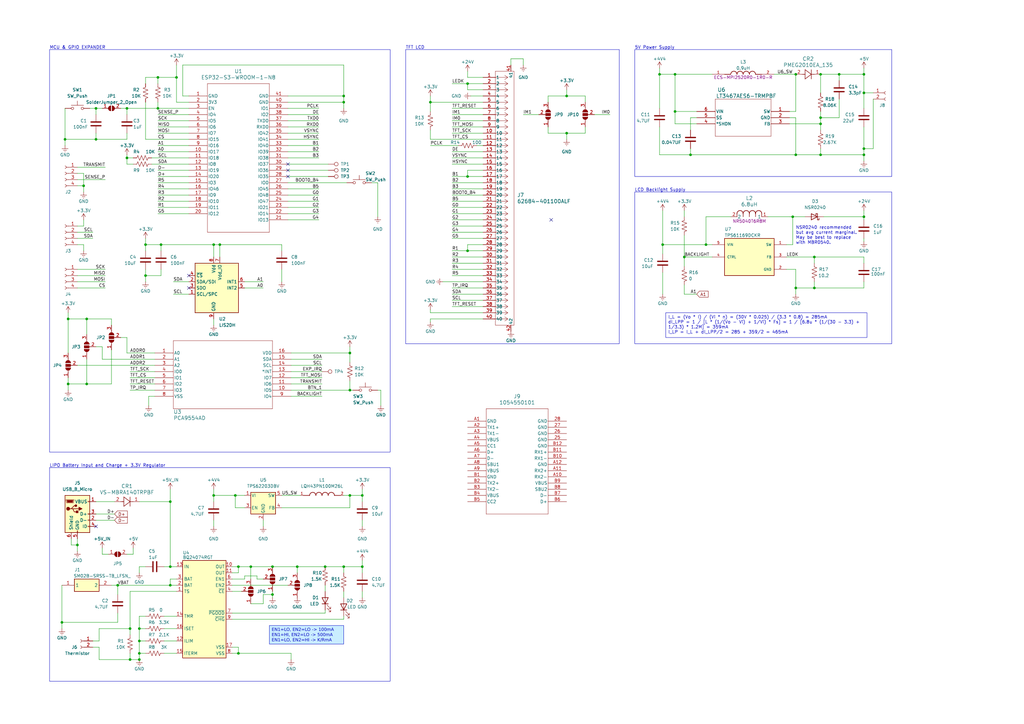
<source format=kicad_sch>
(kicad_sch (version 20230121) (generator eeschema)
  (paper "A3")
  (junction (at 326.39 118.11))
  (junction (at 121.92 232.41))
  (junction (at 336.55 48.26))
  (junction (at 336.55 30.48))
  (junction (at 191.77 72.39))
  (junction (at 354.33 60.96))
  (junction (at 111.76 243.84))
  (junction (at 39.37 57.15))
  (junction (at 326.39 63.5))
  (junction (at 325.12 88.9))
  (junction (at 57.15 267.97))
  (junction (at 35.56 130.81))
  (junction (at 69.85 232.41))
  (junction (at 69.85 240.03))
  (junction (at 31.75 223.52))
  (junction (at 276.86 45.72))
  (junction (at 232.41 39.37))
  (junction (at 52.07 44.45))
  (junction (at 27.94 157.48))
  (junction (at 59.69 113.03))
  (junction (at 66.04 100.33))
  (junction (at 334.01 105.41))
  (junction (at 143.51 160.02))
  (junction (at 90.17 100.33))
  (junction (at 334.01 118.11))
  (junction (at 276.86 30.48))
  (junction (at 336.55 50.8))
  (junction (at 191.77 34.29))
  (junction (at 326.39 30.48))
  (junction (at 97.79 267.97))
  (junction (at 27.94 130.81))
  (junction (at 232.41 54.61))
  (junction (at 344.17 30.48))
  (junction (at 354.33 30.48))
  (junction (at 59.69 100.33))
  (junction (at 26.67 57.15))
  (junction (at 354.33 88.9))
  (junction (at 283.21 63.5))
  (junction (at 354.33 38.1))
  (junction (at 25.4 255.27))
  (junction (at 280.67 105.41))
  (junction (at 97.79 232.41))
  (junction (at 143.51 144.78))
  (junction (at 64.77 31.75))
  (junction (at 48.26 240.03))
  (junction (at 140.97 41.91))
  (junction (at 34.29 76.2))
  (junction (at 191.77 102.87))
  (junction (at 57.15 262.89))
  (junction (at 143.51 203.2))
  (junction (at 336.55 63.5))
  (junction (at 53.34 257.81))
  (junction (at 148.59 232.41))
  (junction (at 133.35 232.41))
  (junction (at 96.52 203.2))
  (junction (at 69.85 205.74))
  (junction (at 39.37 44.45))
  (junction (at 140.97 39.37))
  (junction (at 102.87 232.41))
  (junction (at 52.07 64.77))
  (junction (at 57.15 257.81))
  (junction (at 87.63 100.33))
  (junction (at 270.51 30.48))
  (junction (at 148.59 203.2))
  (junction (at 289.56 100.33))
  (junction (at 354.33 63.5))
  (junction (at 72.39 31.75))
  (junction (at 57.15 270.51))
  (junction (at 176.53 41.91))
  (junction (at 140.97 232.41))
  (junction (at 64.77 44.45))
  (junction (at 271.78 100.33))
  (junction (at 87.63 203.2))
  (junction (at 111.76 232.41))
  (junction (at 53.34 270.51))
  (junction (at 35.56 157.48))
  (no_connect (at 118.11 72.39))
  (no_connect (at 39.37 215.9))
  (no_connect (at 77.47 113.03))
  (no_connect (at 118.11 67.31))
  (no_connect (at 77.47 118.11))
  (no_connect (at 118.11 69.85))
  (no_connect (at 226.06 90.17))
  (wire (pts (xy 118.11 67.31) (xy 134.62 67.31)))
  (wire (pts (xy 191.77 69.85) (xy 191.77 72.39)))
  (wire (pts (xy 102.87 247.65) (xy 107.95 247.65)))
  (wire (pts (xy 25.4 240.03) (xy 25.4 255.27)))
  (wire (pts (xy 57.15 267.97) (xy 57.15 270.51)))
  (wire (pts (xy 64.77 74.93) (xy 77.47 74.93)))
  (wire (pts (xy 105.41 237.49) (xy 107.95 237.49)))
  (wire (pts (xy 27.94 128.27) (xy 27.94 130.81)))
  (wire (pts (xy 250.19 46.99) (xy 243.84 46.99)))
  (wire (pts (xy 57.15 234.95) (xy 57.15 232.41)))
  (wire (pts (xy 185.42 44.45) (xy 198.12 44.45)))
  (wire (pts (xy 60.96 162.56) (xy 60.96 166.37)))
  (wire (pts (xy 48.26 240.03) (xy 69.85 240.03)))
  (wire (pts (xy 64.77 80.01) (xy 77.47 80.01)))
  (wire (pts (xy 270.51 44.45) (xy 270.51 30.48)))
  (wire (pts (xy 118.11 85.09) (xy 130.81 85.09)))
  (wire (pts (xy 34.29 100.33) (xy 31.75 100.33)))
  (wire (pts (xy 27.94 130.81) (xy 35.56 130.81)))
  (wire (pts (xy 119.38 157.48) (xy 132.08 157.48)))
  (wire (pts (xy 77.47 120.65) (xy 71.12 120.65)))
  (wire (pts (xy 54.61 67.31) (xy 52.07 67.31)))
  (wire (pts (xy 35.56 130.81) (xy 35.56 137.16)))
  (wire (pts (xy 77.47 41.91) (xy 72.39 41.91)))
  (wire (pts (xy 74.93 39.37) (xy 74.93 26.67)))
  (wire (pts (xy 118.11 80.01) (xy 130.81 80.01)))
  (wire (pts (xy 148.59 215.9) (xy 148.59 213.36)))
  (wire (pts (xy 140.97 254) (xy 95.25 254)))
  (wire (pts (xy 97.79 234.95) (xy 97.79 232.41)))
  (wire (pts (xy 72.39 41.91) (xy 72.39 31.75)))
  (wire (pts (xy 270.51 27.94) (xy 270.51 30.48)))
  (wire (pts (xy 185.42 62.23) (xy 198.12 62.23)))
  (wire (pts (xy 326.39 110.49) (xy 326.39 118.11)))
  (wire (pts (xy 119.38 149.86) (xy 132.08 149.86)))
  (wire (pts (xy 107.95 118.11) (xy 100.33 118.11)))
  (wire (pts (xy 45.72 143.51) (xy 45.72 157.48)))
  (wire (pts (xy 156.21 160.02) (xy 156.21 166.37)))
  (wire (pts (xy 95.25 240.03) (xy 118.11 240.03)))
  (wire (pts (xy 354.33 88.9) (xy 354.33 90.17)))
  (wire (pts (xy 119.38 270.51) (xy 119.38 267.97)))
  (wire (pts (xy 31.75 73.66) (xy 43.18 73.66)))
  (wire (pts (xy 25.4 255.27) (xy 48.26 255.27)))
  (wire (pts (xy 35.56 130.81) (xy 45.72 130.81)))
  (wire (pts (xy 107.95 213.36) (xy 107.95 215.9)))
  (wire (pts (xy 336.55 30.48) (xy 336.55 38.1)))
  (wire (pts (xy 52.07 44.45) (xy 52.07 46.99)))
  (wire (pts (xy 57.15 252.73) (xy 59.69 252.73)))
  (wire (pts (xy 52.07 64.77) (xy 54.61 64.77)))
  (wire (pts (xy 40.64 270.51) (xy 40.64 265.43)))
  (wire (pts (xy 31.75 220.98) (xy 31.75 223.52)))
  (wire (pts (xy 69.85 237.49) (xy 69.85 240.03)))
  (wire (pts (xy 148.59 245.11) (xy 148.59 242.57)))
  (wire (pts (xy 97.79 265.43) (xy 97.79 267.97)))
  (wire (pts (xy 67.31 232.41) (xy 69.85 232.41)))
  (wire (pts (xy 66.04 100.33) (xy 66.04 102.87)))
  (wire (pts (xy 214.63 24.13) (xy 209.55 24.13)))
  (wire (pts (xy 39.37 54.61) (xy 39.37 57.15)))
  (wire (pts (xy 185.42 95.25) (xy 198.12 95.25)))
  (wire (pts (xy 185.42 82.55) (xy 198.12 82.55)))
  (wire (pts (xy 39.37 44.45) (xy 39.37 46.99)))
  (wire (pts (xy 140.97 44.45) (xy 140.97 41.91)))
  (wire (pts (xy 280.67 96.52) (xy 280.67 105.41)))
  (wire (pts (xy 52.07 144.78) (xy 63.5 144.78)))
  (wire (pts (xy 118.11 77.47) (xy 130.81 77.47)))
  (wire (pts (xy 276.86 50.8) (xy 285.75 50.8)))
  (wire (pts (xy 276.86 30.48) (xy 276.86 45.72)))
  (wire (pts (xy 39.37 44.45) (xy 36.83 44.45)))
  (wire (pts (xy 118.11 54.61) (xy 130.81 54.61)))
  (wire (pts (xy 185.42 125.73) (xy 198.12 125.73)))
  (wire (pts (xy 185.42 90.17) (xy 198.12 90.17)))
  (wire (pts (xy 34.29 76.2) (xy 34.29 78.74)))
  (wire (pts (xy 322.58 110.49) (xy 326.39 110.49)))
  (wire (pts (xy 191.77 36.83) (xy 198.12 36.83)))
  (wire (pts (xy 54.61 227.33) (xy 52.07 227.33)))
  (wire (pts (xy 119.38 154.94) (xy 132.08 154.94)))
  (wire (pts (xy 53.34 257.81) (xy 53.34 260.35)))
  (wire (pts (xy 107.95 247.65) (xy 107.95 243.84)))
  (wire (pts (xy 176.53 57.15) (xy 198.12 57.15)))
  (wire (pts (xy 40.64 257.81) (xy 53.34 257.81)))
  (wire (pts (xy 240.03 41.91) (xy 240.03 39.37)))
  (wire (pts (xy 63.5 154.94) (xy 53.34 154.94)))
  (wire (pts (xy 224.79 39.37) (xy 232.41 39.37)))
  (wire (pts (xy 87.63 100.33) (xy 87.63 105.41)))
  (wire (pts (xy 34.29 71.12) (xy 34.29 76.2)))
  (wire (pts (xy 354.33 118.11) (xy 334.01 118.11)))
  (wire (pts (xy 59.69 57.15) (xy 77.47 57.15)))
  (wire (pts (xy 176.53 130.81) (xy 198.12 130.81)))
  (wire (pts (xy 87.63 200.66) (xy 87.63 203.2)))
  (wire (pts (xy 29.21 223.52) (xy 31.75 223.52)))
  (wire (pts (xy 271.78 111.76) (xy 271.78 120.65)))
  (wire (pts (xy 59.69 110.49) (xy 59.69 113.03)))
  (wire (pts (xy 67.31 252.73) (xy 72.39 252.73)))
  (wire (pts (xy 325.12 100.33) (xy 322.58 100.33)))
  (wire (pts (xy 148.59 203.2) (xy 148.59 205.74)))
  (wire (pts (xy 191.77 69.85) (xy 198.12 69.85)))
  (wire (pts (xy 41.91 142.24) (xy 39.37 142.24)))
  (wire (pts (xy 185.42 113.03) (xy 198.12 113.03)))
  (wire (pts (xy 119.38 162.56) (xy 132.08 162.56)))
  (wire (pts (xy 69.85 240.03) (xy 72.39 240.03)))
  (wire (pts (xy 59.69 257.81) (xy 57.15 257.81)))
  (wire (pts (xy 31.75 92.71) (xy 34.29 92.71)))
  (wire (pts (xy 31.75 115.57) (xy 43.18 115.57)))
  (wire (pts (xy 57.15 257.81) (xy 57.15 262.89)))
  (wire (pts (xy 95.25 234.95) (xy 97.79 234.95)))
  (wire (pts (xy 214.63 26.67) (xy 214.63 24.13)))
  (wire (pts (xy 95.25 242.57) (xy 99.06 242.57)))
  (wire (pts (xy 191.77 34.29) (xy 198.12 34.29)))
  (wire (pts (xy 185.42 54.61) (xy 198.12 54.61)))
  (wire (pts (xy 271.78 100.33) (xy 271.78 86.36)))
  (wire (pts (xy 280.67 86.36) (xy 280.67 88.9)))
  (wire (pts (xy 133.35 250.19) (xy 133.35 251.46)))
  (wire (pts (xy 326.39 48.26) (xy 326.39 63.5)))
  (wire (pts (xy 69.85 232.41) (xy 72.39 232.41)))
  (wire (pts (xy 280.67 116.84) (xy 280.67 120.65)))
  (wire (pts (xy 77.47 39.37) (xy 74.93 39.37)))
  (wire (pts (xy 111.76 232.41) (xy 121.92 232.41)))
  (wire (pts (xy 53.34 270.51) (xy 53.34 267.97)))
  (wire (pts (xy 118.11 74.93) (xy 142.24 74.93)))
  (wire (pts (xy 31.75 110.49) (xy 43.18 110.49)))
  (wire (pts (xy 185.42 49.53) (xy 198.12 49.53)))
  (wire (pts (xy 344.17 30.48) (xy 344.17 33.02)))
  (wire (pts (xy 224.79 41.91) (xy 224.79 39.37)))
  (wire (pts (xy 62.23 67.31) (xy 77.47 67.31)))
  (wire (pts (xy 57.15 262.89) (xy 57.15 267.97)))
  (wire (pts (xy 323.85 50.8) (xy 336.55 50.8)))
  (wire (pts (xy 115.57 208.28) (xy 143.51 208.28)))
  (wire (pts (xy 41.91 227.33) (xy 44.45 227.33)))
  (wire (pts (xy 140.97 41.91) (xy 140.97 39.37)))
  (wire (pts (xy 31.75 68.58) (xy 43.18 68.58)))
  (wire (pts (xy 240.03 39.37) (xy 232.41 39.37)))
  (wire (pts (xy 240.03 54.61) (xy 232.41 54.61)))
  (wire (pts (xy 52.07 144.78) (xy 52.07 138.43)))
  (wire (pts (xy 29.21 220.98) (xy 29.21 223.52)))
  (wire (pts (xy 118.11 64.77) (xy 130.81 64.77)))
  (wire (pts (xy 69.85 205.74) (xy 69.85 200.66)))
  (wire (pts (xy 72.39 242.57) (xy 53.34 242.57)))
  (wire (pts (xy 354.33 44.45) (xy 354.33 38.1)))
  (wire (pts (xy 121.92 232.41) (xy 133.35 232.41)))
  (wire (pts (xy 31.75 71.12) (xy 34.29 71.12)))
  (wire (pts (xy 185.42 85.09) (xy 198.12 85.09)))
  (wire (pts (xy 74.93 26.67) (xy 140.97 26.67)))
  (wire (pts (xy 39.37 57.15) (xy 52.07 57.15)))
  (wire (pts (xy 31.75 113.03) (xy 43.18 113.03)))
  (wire (pts (xy 143.51 160.02) (xy 144.78 160.02)))
  (wire (pts (xy 191.77 29.21) (xy 191.77 31.75)))
  (wire (pts (xy 66.04 100.33) (xy 87.63 100.33)))
  (wire (pts (xy 64.77 69.85) (xy 77.47 69.85)))
  (wire (pts (xy 185.42 110.49) (xy 198.12 110.49)))
  (wire (pts (xy 49.53 44.45) (xy 52.07 44.45)))
  (wire (pts (xy 185.42 52.07) (xy 198.12 52.07)))
  (wire (pts (xy 35.56 157.48) (xy 27.94 157.48)))
  (wire (pts (xy 63.5 160.02) (xy 53.34 160.02)))
  (wire (pts (xy 95.25 237.49) (xy 100.33 237.49)))
  (wire (pts (xy 119.38 144.78) (xy 143.51 144.78)))
  (wire (pts (xy 354.33 66.04) (xy 354.33 63.5)))
  (wire (pts (xy 59.69 113.03) (xy 59.69 115.57)))
  (wire (pts (xy 53.34 242.57) (xy 53.34 257.81)))
  (wire (pts (xy 185.42 123.19) (xy 198.12 123.19)))
  (wire (pts (xy 90.17 100.33) (xy 115.57 100.33)))
  (wire (pts (xy 143.51 203.2) (xy 140.97 203.2)))
  (wire (pts (xy 52.07 63.5) (xy 52.07 64.77)))
  (wire (pts (xy 148.59 200.66) (xy 148.59 203.2)))
  (wire (pts (xy 133.35 251.46) (xy 95.25 251.46)))
  (wire (pts (xy 100.33 208.28) (xy 96.52 208.28)))
  (wire (pts (xy 69.85 205.74) (xy 69.85 232.41)))
  (wire (pts (xy 119.38 147.32) (xy 132.08 147.32)))
  (wire (pts (xy 344.17 48.26) (xy 336.55 48.26)))
  (wire (pts (xy 185.42 46.99) (xy 198.12 46.99)))
  (wire (pts (xy 283.21 48.26) (xy 285.75 48.26)))
  (wire (pts (xy 354.33 27.94) (xy 354.33 30.48)))
  (wire (pts (xy 67.31 267.97) (xy 72.39 267.97)))
  (wire (pts (xy 334.01 115.57) (xy 334.01 118.11)))
  (wire (pts (xy 143.51 203.2) (xy 143.51 208.28)))
  (wire (pts (xy 64.77 44.45) (xy 77.47 44.45)))
  (wire (pts (xy 336.55 30.48) (xy 344.17 30.48)))
  (wire (pts (xy 191.77 31.75) (xy 198.12 31.75)))
  (wire (pts (xy 64.77 59.69) (xy 77.47 59.69)))
  (wire (pts (xy 314.96 88.9) (xy 325.12 88.9)))
  (wire (pts (xy 119.38 152.4) (xy 132.08 152.4)))
  (wire (pts (xy 271.78 100.33) (xy 289.56 100.33)))
  (wire (pts (xy 118.11 52.07) (xy 130.81 52.07)))
  (wire (pts (xy 40.64 262.89) (xy 40.64 257.81)))
  (wire (pts (xy 176.53 59.69) (xy 187.96 59.69)))
  (wire (pts (xy 59.69 57.15) (xy 59.69 41.91)))
  (wire (pts (xy 118.11 62.23) (xy 130.81 62.23)))
  (wire (pts (xy 232.41 54.61) (xy 232.41 57.15)))
  (wire (pts (xy 185.42 120.65) (xy 198.12 120.65)))
  (wire (pts (xy 344.17 30.48) (xy 354.33 30.48)))
  (wire (pts (xy 118.11 87.63) (xy 130.81 87.63)))
  (wire (pts (xy 111.76 242.57) (xy 111.76 243.84)))
  (wire (pts (xy 191.77 100.33) (xy 191.77 102.87)))
  (wire (pts (xy 358.14 40.64) (xy 358.14 60.96)))
  (wire (pts (xy 40.64 270.51) (xy 53.34 270.51)))
  (wire (pts (xy 336.55 63.5) (xy 336.55 60.96)))
  (wire (pts (xy 185.42 105.41) (xy 198.12 105.41)))
  (wire (pts (xy 240.03 52.07) (xy 240.03 54.61)))
  (wire (pts (xy 111.76 243.84) (xy 111.76 245.11)))
  (wire (pts (xy 72.39 237.49) (xy 69.85 237.49)))
  (wire (pts (xy 336.55 53.34) (xy 336.55 50.8)))
  (wire (pts (xy 148.59 234.95) (xy 148.59 232.41)))
  (wire (pts (xy 354.33 38.1) (xy 358.14 38.1)))
  (wire (pts (xy 87.63 203.2) (xy 96.52 203.2)))
  (wire (pts (xy 48.26 243.84) (xy 48.26 240.03)))
  (wire (pts (xy 224.79 54.61) (xy 232.41 54.61)))
  (wire (pts (xy 326.39 45.72) (xy 326.39 30.48)))
  (wire (pts (xy 191.77 100.33) (xy 198.12 100.33)))
  (wire (pts (xy 59.69 97.79) (xy 59.69 100.33)))
  (wire (pts (xy 176.53 41.91) (xy 176.53 45.72)))
  (wire (pts (xy 354.33 115.57) (xy 354.33 118.11)))
  (wire (pts (xy 133.35 232.41) (xy 140.97 232.41)))
  (wire (pts (xy 336.55 45.72) (xy 336.55 48.26)))
  (wire (pts (xy 354.33 38.1) (xy 354.33 30.48)))
  (wire (pts (xy 140.97 26.67) (xy 140.97 39.37)))
  (wire (pts (xy 283.21 63.5) (xy 270.51 63.5)))
  (wire (pts (xy 100.33 237.49) (xy 100.33 236.22)))
  (wire (pts (xy 181.61 115.57) (xy 198.12 115.57)))
  (wire (pts (xy 276.86 45.72) (xy 276.86 50.8)))
  (wire (pts (xy 39.37 205.74) (xy 46.99 205.74)))
  (wire (pts (xy 87.63 203.2) (xy 87.63 205.74)))
  (wire (pts (xy 27.94 154.94) (xy 27.94 157.48)))
  (wire (pts (xy 214.63 46.99) (xy 220.98 46.99)))
  (wire (pts (xy 27.94 160.02) (xy 27.94 157.48)))
  (wire (pts (xy 326.39 118.11) (xy 334.01 118.11)))
  (wire (pts (xy 115.57 110.49) (xy 115.57 115.57)))
  (wire (pts (xy 64.77 87.63) (xy 77.47 87.63)))
  (wire (pts (xy 232.41 39.37) (xy 232.41 36.83)))
  (wire (pts (xy 276.86 30.48) (xy 292.1 30.48)))
  (wire (pts (xy 100.33 236.22) (xy 105.41 236.22)))
  (wire (pts (xy 66.04 113.03) (xy 59.69 113.03)))
  (wire (pts (xy 63.5 162.56) (xy 60.96 162.56)))
  (wire (pts (xy 59.69 100.33) (xy 66.04 100.33)))
  (wire (pts (xy 140.97 39.37) (xy 118.11 39.37)))
  (wire (pts (xy 64.77 62.23) (xy 77.47 62.23)))
  (wire (pts (xy 59.69 102.87) (xy 59.69 100.33)))
  (wire (pts (xy 67.31 257.81) (xy 72.39 257.81)))
  (wire (pts (xy 224.79 52.07) (xy 224.79 54.61)))
  (wire (pts (xy 45.72 157.48) (xy 35.56 157.48)))
  (wire (pts (xy 334.01 105.41) (xy 334.01 107.95)))
  (wire (pts (xy 107.95 115.57) (xy 100.33 115.57)))
  (wire (pts (xy 96.52 203.2) (xy 96.52 208.28)))
  (wire (pts (xy 87.63 100.33) (xy 90.17 100.33)))
  (wire (pts (xy 280.67 105.41) (xy 292.1 105.41)))
  (wire (pts (xy 185.42 92.71) (xy 198.12 92.71)))
  (wire (pts (xy 185.42 107.95) (xy 198.12 107.95)))
  (wire (pts (xy 59.69 31.75) (xy 64.77 31.75)))
  (wire (pts (xy 26.67 57.15) (xy 39.37 57.15)))
  (wire (pts (xy 185.42 67.31) (xy 198.12 67.31)))
  (wire (pts (xy 107.95 243.84) (xy 111.76 243.84)))
  (wire (pts (xy 337.82 88.9) (xy 354.33 88.9)))
  (wire (pts (xy 289.56 88.9) (xy 299.72 88.9)))
  (wire (pts (xy 140.97 242.57) (xy 140.97 245.11)))
  (wire (pts (xy 64.77 77.47) (xy 77.47 77.47)))
  (wire (pts (xy 96.52 203.2) (xy 100.33 203.2)))
  (wire (pts (xy 57.15 205.74) (xy 69.85 205.74)))
  (wire (pts (xy 185.42 74.93) (xy 198.12 74.93)))
  (wire (pts (xy 26.67 57.15) (xy 26.67 59.69)))
  (wire (pts (xy 143.51 142.24) (xy 143.51 144.78)))
  (wire (pts (xy 176.53 53.34) (xy 176.53 57.15)))
  (wire (pts (xy 209.55 24.13) (xy 209.55 26.67)))
  (wire (pts (xy 354.33 105.41) (xy 334.01 105.41)))
  (wire (pts (xy 118.11 46.99) (xy 130.81 46.99)))
  (wire (pts (xy 102.87 232.41) (xy 102.87 237.49)))
  (wire (pts (xy 64.77 82.55) (xy 77.47 82.55)))
  (wire (pts (xy 326.39 63.5) (xy 336.55 63.5)))
  (wire (pts (xy 27.94 144.78) (xy 27.94 130.81)))
  (wire (pts (xy 119.38 160.02) (xy 143.51 160.02)))
  (wire (pts (xy 63.5 152.4) (xy 53.34 152.4)))
  (wire (pts (xy 40.64 265.43) (xy 38.1 265.43)))
  (wire (pts (xy 95.25 265.43) (xy 97.79 265.43)))
  (wire (pts (xy 121.92 232.41) (xy 121.92 234.95)))
  (wire (pts (xy 344.17 40.64) (xy 344.17 48.26)))
  (wire (pts (xy 118.11 72.39) (xy 134.62 72.39)))
  (wire (pts (xy 354.33 52.07) (xy 354.33 60.96)))
  (wire (pts (xy 97.79 267.97) (xy 95.25 267.97)))
  (wire (pts (xy 185.42 64.77) (xy 198.12 64.77)))
  (wire (pts (xy 102.87 232.41) (xy 111.76 232.41)))
  (wire (pts (xy 64.77 49.53) (xy 77.47 49.53)))
  (wire (pts (xy 143.51 156.21) (xy 143.51 160.02)))
  (wire (pts (xy 358.14 60.96) (xy 354.33 60.96)))
  (wire (pts (xy 38.1 262.89) (xy 40.64 262.89)))
  (wire (pts (xy 143.51 203.2) (xy 148.59 203.2)))
  (wire (pts (xy 45.72 240.03) (xy 48.26 240.03)))
  (wire (pts (xy 115.57 100.33) (xy 115.57 102.87)))
  (wire (pts (xy 39.37 44.45) (xy 41.91 44.45)))
  (wire (pts (xy 152.4 74.93) (xy 154.94 74.93)))
  (wire (pts (xy 185.42 77.47) (xy 198.12 77.47)))
  (wire (pts (xy 336.55 63.5) (xy 354.33 63.5)))
  (wire (pts (xy 118.11 82.55) (xy 130.81 82.55)))
  (wire (pts (xy 105.41 236.22) (xy 105.41 237.49)))
  (wire (pts (xy 54.61 227.33) (xy 54.61 224.79)))
  (wire (pts (xy 35.56 147.32) (xy 35.56 157.48)))
  (wire (pts (xy 64.77 85.09) (xy 77.47 85.09)))
  (wire (pts (xy 118.11 59.69) (xy 130.81 59.69)))
  (wire (pts (xy 97.79 267.97) (xy 119.38 267.97)))
  (wire (pts (xy 270.51 30.48) (xy 276.86 30.48)))
  (wire (pts (xy 271.78 104.14) (xy 271.78 100.33)))
  (wire (pts (xy 59.69 262.89) (xy 57.15 262.89)))
  (wire (pts (xy 354.33 97.79) (xy 354.33 99.06)))
  (wire (pts (xy 31.75 149.86) (xy 63.5 149.86)))
  (wire (pts (xy 185.42 87.63) (xy 198.12 87.63)))
  (wire (pts (xy 52.07 57.15) (xy 52.07 54.61)))
  (wire (pts (xy 41.91 147.32) (xy 41.91 142.24)))
  (wire (pts (xy 95.25 232.41) (xy 97.79 232.41)))
  (wire (pts (xy 156.21 160.02) (xy 154.94 160.02)))
  (wire (pts (xy 57.15 252.73) (xy 57.15 257.81)))
  (wire (pts (xy 52.07 44.45) (xy 64.77 44.45)))
  (wire (pts (xy 336.55 48.26) (xy 336.55 50.8)))
  (wire (pts (xy 176.53 130.81) (xy 176.53 132.08)))
  (wire (pts (xy 140.97 232.41) (xy 140.97 234.95)))
  (wire (pts (xy 154.94 74.93) (xy 154.94 88.9)))
  (wire (pts (xy 59.69 34.29) (xy 59.69 31.75)))
  (wire (pts (xy 90.17 100.33) (xy 90.17 105.41)))
  (wire (pts (xy 289.56 100.33) (xy 292.1 100.33)))
  (wire (pts (xy 185.42 118.11) (xy 198.12 118.11)))
  (wire (pts (xy 143.51 144.78) (xy 143.51 148.59)))
  (wire (pts (xy 67.31 262.89) (xy 72.39 262.89)))
  (wire (pts (xy 72.39 31.75) (xy 72.39 26.67)))
  (wire (pts (xy 59.69 267.97) (xy 57.15 267.97)))
  (wire (pts (xy 39.37 213.36) (xy 46.99 213.36)))
  (wire (pts (xy 64.77 31.75) (xy 72.39 31.75)))
  (wire (pts (xy 193.04 39.37) (xy 198.12 39.37)))
  (wire (pts (xy 52.07 67.31) (xy 52.07 64.77)))
  (wire (pts (xy 176.53 39.37) (xy 176.53 41.91)))
  (wire (pts (xy 52.07 138.43) (xy 49.53 138.43)))
  (wire (pts (xy 185.42 97.79) (xy 198.12 97.79)))
  (wire (pts (xy 118.11 41.91) (xy 140.97 41.91)))
  (wire (pts (xy 280.67 120.65) (xy 285.75 120.65)))
  (wire (pts (xy 283.21 60.96) (xy 283.21 63.5)))
  (wire (pts (xy 289.56 88.9) (xy 289.56 100.33)))
  (wire (pts (xy 325.12 88.9) (xy 330.2 88.9)))
  (wire (pts (xy 140.97 232.41) (xy 148.59 232.41)))
  (wire (pts (xy 283.21 63.5) (xy 326.39 63.5)))
  (wire (pts (xy 118.11 49.53) (xy 130.81 49.53)))
  (wire (pts (xy 185.42 34.29) (xy 191.77 34.29)))
  (wire (pts (xy 176.53 128.27) (xy 198.12 128.27)))
  (wire (pts (xy 77.47 115.57) (xy 71.12 115.57)))
  (wire (pts (xy 64.77 44.45) (xy 64.77 41.91)))
  (wire (pts (xy 57.15 232.41) (xy 59.69 232.41)))
  (wire (pts (xy 26.67 44.45) (xy 26.67 57.15)))
  (wire (pts (xy 34.29 92.71) (xy 34.29 90.17)))
  (wire (pts (xy 323.85 45.72) (xy 326.39 45.72)))
  (wire (pts (xy 140.97 252.73) (xy 140.97 254)))
  (wire (pts (xy 325.12 88.9) (xy 325.12 100.33)))
  (wire (pts (xy 34.29 102.87) (xy 34.29 100.33)))
  (wire (pts (xy 64.77 46.99) (xy 77.47 46.99)))
  (wire (pts (xy 48.26 255.27) (xy 48.26 251.46)))
  (wire (pts (xy 118.11 57.15) (xy 130.81 57.15)))
  (wire (pts (xy 31.75 95.25) (xy 38.1 95.25)))
  (wire (pts (xy 97.79 232.41) (xy 102.87 232.41)))
  (wire (pts (xy 64.77 72.39) (xy 77.47 72.39)))
  (wire (pts (xy 280.67 105.41) (xy 280.67 109.22)))
  (wire (pts (xy 354.33 107.95) (xy 354.33 105.41)))
  (wire (pts (xy 31.75 76.2) (xy 34.29 76.2)))
  (wire (pts (xy 64.77 52.07) (xy 77.47 52.07)))
  (wire (pts (xy 176.53 128.27) (xy 176.53 127)))
  (wire (pts (xy 66.04 110.49) (xy 66.04 113.03)))
  (wire (pts (xy 62.23 64.77) (xy 77.47 64.77)))
  (wire (pts (xy 25.4 255.27) (xy 25.4 257.81)))
  (wire (pts (xy 323.85 48.26) (xy 326.39 48.26)))
  (wire (pts (xy 195.58 59.69) (xy 198.12 59.69)))
  (wire (pts (xy 39.37 210.82) (xy 46.99 210.82)))
  (wire (pts (xy 31.75 97.79) (xy 38.1 97.79)))
  (wire (pts (xy 283.21 53.34) (xy 283.21 48.26)))
  (wire (pts (xy 53.34 270.51) (xy 57.15 270.51)))
  (wire (pts (xy 326.39 118.11) (xy 326.39 120.65)))
  (wire (pts (xy 133.35 240.03) (xy 133.35 242.57)))
  (wire (pts (xy 118.11 44.45) (xy 130.81 44.45)))
  (wire (pts (xy 322.58 105.41) (xy 334.01 105.41)))
  (wire (pts (xy 118.11 69.85) (xy 134.62 69.85)))
  (wire (pts (xy 148.59 229.87) (xy 148.59 232.41)))
  (wire (pts (xy 87.63 130.81) (xy 87.63 133.35)))
  (wire (pts (xy 45.72 133.35) (xy 45.72 130.81)))
  (wire (pts (xy 191.77 72.39) (xy 198.12 72.39)))
  (wire (pts (xy 176.53 41.91) (xy 198.12 41.91)))
  (wire (pts (xy 270.51 52.07) (xy 270.51 63.5)))
  (wire (pts (xy 354.33 86.36) (xy 354.33 88.9)))
  (wire (pts (xy 118.11 90.17) (xy 130.81 90.17)))
  (wire (pts (xy 285.75 45.72) (xy 276.86 45.72)))
  (wire (pts (xy 354.33 60.96) (xy 354.33 63.5)))
  (wire (pts (xy 191.77 102.87) (xy 198.12 102.87)))
  (wire (pts (xy 64.77 54.61) (xy 77.47 54.61)))
  (wire (pts (xy 64.77 34.29) (xy 64.77 31.75)))
  (wire (pts (xy 41.91 147.32) (xy 63.5 147.32)))
  (wire (pts (xy 63.5 157.48) (xy 53.34 157.48)))
  (wire (pts (xy 185.42 72.39) (xy 191.77 72.39)))
  (wire (pts (xy 185.42 102.87) (xy 191.77 102.87)))
  (wire (pts (xy 41.91 227.33) (xy 41.91 224.79)))
  (wire (pts (xy 191.77 34.29) (xy 191.77 36.83)))
  (wire (pts (xy 123.19 203.2) (xy 115.57 203.2)))
  (wire (pts (xy 31.75 118.11) (xy 43.18 118.11)))
  (wire (pts (xy 185.42 80.01) (xy 198.12 80.01)))
  (wire (pts (xy 326.39 30.48) (xy 317.5 30.48)))
  (wire (pts (xy 87.63 213.36) (xy 87.63 215.9)))
  (wire (pts (xy 31.75 223.52) (xy 31.75 226.06)))
  (rectangle (start 260.35 20.32) (end 365.76 72.39))
  (rectangle (start 166.37 20.32) (end 254 140.97))
  (rectangle (start 20.32 191.77) (end 160.02 279.4))
  (rectangle (start 20.32 20.32) (end 160.02 185.42))
  (rectangle (start 260.35 78.74) (end 365.76 140.97))
  (text_box "I_L = (Vo * I) / (Vi * n) = (30V * 0.025) / (3.3 * 0.8) = 285mA\ndI_LPP = 1 / [L * (1/(Vo - Vi) + 1/Vi) * Fs] = 1 / [6.8u * (1/(30 - 3.3) + 1/3.3) * 1.2M] = 359mA\nI_LP = I_L + dI_LPP/2 = 285 + 359/2 = 465mA\n" (at 273.05 128.27 0) (size 82.55 10.16) (effects (font (size 1.27 1.27)) (justify left top)))
  (text_box "EN1=LO, EN2=LO -> 100mA\nEN1=HI, EN2=LO -> 500mA\nEN1=LO, EN2=HI -> K/RmA" (at 110.49 256.54 0) (size 30.48 7.62) (fill (type color) (color 150 220 255 0.5)) (effects (font (size 1.27 1.27)) (justify left top)))
  (text "LCD Backlight Supply" (at 260.35 78.74 0) (effects (font (size 1.27 1.27)) (justify left bottom)))
  (text "5V Power Supply" (at 260.35 20.32 0) (effects (font (size 1.27 1.27)) (justify left bottom)))
  (text "LIPO Battery Input and Charge + 3.3V Regulator" (at 20.32 191.77 0) (effects (font (size 1.27 1.27)) (justify left bottom)))
  (text "MCU & GPIO EXPANDER" (at 20.32 20.32 0) (effects (font (size 1.27 1.27)) (justify left bottom)))
  (text "TFT LCD" (at 166.37 20.32 0) (effects (font (size 1.27 1.27)) (justify left bottom)))
  (text "NSR0240 recommended\nbut avg current marginal.\nMay be best to replace\nwith MBR0540." (at 326.39 100.33 0) (effects (font (size 1.27 1.27)) (justify left bottom)))
  (label "G0" (at 130.81 80.01 180))
  (label "G0" (at 185.42 85.09 0))
  (label "U5_SW" (at 115.57 203.2 0))
  (label "TP_IRQ" (at 53.34 160.02 0))
  (label "D-" (at 46.99 213.36 180))
  (label "MOSI" (at 43.18 115.57 180))
  (label "SCL" (at 185.42 123.19 0))
  (label "EXP_IRQ" (at 132.08 152.4 180))
  (label "R4" (at 64.77 77.47 0))
  (label "RXD0" (at 130.81 52.07 180))
  (label "A1" (at 283.21 120.65 0))
  (label "MISO" (at 43.18 113.03 180))
  (label "CS" (at 43.18 118.11 180))
  (label "SCL" (at 132.08 149.86 180))
  (label "CS" (at 64.77 57.15 0))
  (label "TFT_SCK" (at 185.42 54.61 0))
  (label "B3" (at 185.42 77.47 0))
  (label "R2" (at 64.77 82.55 0))
  (label "TFT_RESET" (at 185.42 44.45 0))
  (label "SDA" (at 132.08 147.32 180))
  (label "SDA" (at 38.1 97.79 180))
  (label "TFT_RESET" (at 53.34 157.48 0))
  (label "HSYNC" (at 185.42 67.31 0))
  (label "B2" (at 185.42 74.93 0))
  (label "G1" (at 185.42 87.63 0))
  (label "R5" (at 64.77 74.93 0))
  (label "IM1" (at 214.63 46.99 0))
  (label "BOOT0_B4" (at 185.42 80.01 0))
  (label "VSYNC" (at 185.42 64.77 0))
  (label "MOSI" (at 64.77 54.61 0))
  (label "ADDR2" (at 53.34 149.86 0))
  (label "SCL" (at 38.1 95.25 180))
  (label "DE" (at 185.42 62.23 0))
  (label "BTN_1" (at 132.08 160.02 180))
  (label "R3" (at 64.77 80.01 0))
  (label "B2" (at 130.81 62.23 180))
  (label "A0" (at 107.95 118.11 180))
  (label "SDA" (at 185.42 120.65 0))
  (label "TFT_CS" (at 53.34 154.94 0))
  (label "BOOT0_B4" (at 130.81 74.93 180))
  (label "R5" (at 185.42 113.03 0))
  (label "VSYNC" (at 130.81 54.61 180))
  (label "PCLK" (at 176.53 59.69 0))
  (label "LEDK" (at 322.58 105.41 0))
  (label "G5" (at 64.77 87.63 0))
  (label "B1" (at 185.42 72.39 0))
  (label "TFT_CS" (at 185.42 57.15 0))
  (label "IM1" (at 185.42 46.99 0))
  (label "SCL" (at 71.12 120.65 0))
  (label "G2" (at 185.42 90.17 0))
  (label "DE" (at 130.81 46.99 180))
  (label "IM0" (at 250.19 46.99 180))
  (label "D+" (at 46.99 210.82 180))
  (label "SCK" (at 43.18 110.49 180))
  (label "TFT_MOSI" (at 132.08 154.94 180))
  (label "SDA" (at 64.77 67.31 0))
  (label "G3" (at 130.81 87.63 180))
  (label "IM0" (at 185.42 49.53 0))
  (label "G5" (at 185.42 97.79 0))
  (label "SENSE_P" (at 43.18 73.66 180))
  (label "ADDR1" (at 53.34 147.32 0))
  (label "VBAT" (at 48.26 240.03 0))
  (label "HSYNC" (at 130.81 57.15 180))
  (label "A1" (at 64.77 59.69 0))
  (label "G1" (at 130.81 82.55 180))
  (label "TXD0" (at 130.81 49.53 180))
  (label "B1" (at 130.81 59.69 180))
  (label "B5" (at 185.42 82.55 0))
  (label "R3" (at 185.42 107.95 0))
  (label "SCL" (at 64.77 64.77 0))
  (label "B3" (at 130.81 64.77 180))
  (label "TFT_SCK" (at 53.34 152.4 0))
  (label "LEDK" (at 185.42 34.29 0))
  (label "G4" (at 185.42 95.25 0))
  (label "SDA" (at 71.12 115.57 0))
  (label "A0" (at 64.77 62.23 0))
  (label "TRANSMIT" (at 43.18 68.58 180))
  (label "PCLK" (at 130.81 44.45 180))
  (label "R1" (at 64.77 85.09 0))
  (label "SCK" (at 64.77 49.53 0))
  (label "G3" (at 185.42 92.71 0))
  (label "TFT_MOSI" (at 185.42 52.07 0))
  (label "R1" (at 185.42 102.87 0))
  (label "R2" (at 185.42 105.41 0))
  (label "BACKLIGHT" (at 132.08 162.56 180))
  (label "TRANSMIT" (at 132.08 157.48 180))
  (label "TP_IRQ" (at 185.42 118.11 0))
  (label "R4" (at 185.42 110.49 0))
  (label "B5" (at 130.81 77.47 180))
  (label "MISO" (at 64.77 52.07 0))
  (label "G2" (at 130.81 85.09 180))
  (label "D-" (at 64.77 69.85 0))
  (label "D+" (at 64.77 72.39 0))
  (label "U6_SW" (at 318.77 30.48 0))
  (label "ADDR0" (at 53.34 144.78 0))
  (label "SENSE_P" (at 64.77 46.99 0))
  (label "A1" (at 107.95 115.57 180))
  (label "TFT_RESET" (at 185.42 125.73 0))
  (label "BACKLIGHT" (at 280.67 105.41 0))
  (label "G4" (at 130.81 90.17 180))
  (global_label "D+" (shape input) (at 46.99 210.82 0) (property "Intersheetrefs" "${INTERSHEET_REFS}" (effects hide)))
  (global_label "A1" (shape input) (at 285.75 120.65 0) (property "Intersheetrefs" "${INTERSHEET_REFS}" (effects hide)))
  (global_label "D-" (shape input) (at 46.99 213.36 0) (property "Intersheetrefs" "${INTERSHEET_REFS}" (effects hide)))
  (symbol (lib_id "power:GND") (at 271.78 120.65 0) (unit 1)
    (property "Reference" "#PWR047" (effects hide))
    (property "Value" "GND" (at 271.78 124.46 0))
  )
  (symbol (lib_id "power:GND") (at 34.29 78.74 0) (unit 1)
    (property "Reference" "#PWR06" (effects hide))
    (property "Value" "GND" (at 34.29 82.55 0))
  )
  (symbol (lib_id "Device:R_US") (at 140.97 238.76 180) (unit 1)
    (property "Reference" "R11" (at 139.7 237.49 0) (effects (justify left)))
    (property "Value" "1.5K" (at 139.7 240.03 0) (effects (justify left)))
    (property "Footprint" "Resistor_SMD:R_0603_1608Metric" (effects hide))
  )
  (symbol (lib_id "Connector:Conn_01x02_Socket") (at 363.22 38.1 0) (unit 1)
    (property "Reference" "J8" (at 360.68 43.18 0) (effects (justify left)))
    (property "Value" "Conn_01x02_Socket" (effects hide))
    (property "Footprint" "Connector_PinSocket_1.00mm:PinSocket_1x02_P1.00mm_Vertical" (effects hide))
  )
  (symbol (lib_id "power:GND") (at 57.15 234.95 0) (unit 1)
    (property "Reference" "#PWR012" (effects hide))
    (property "Value" "GND" (at 57.15 238.76 0))
  )
  (symbol (lib_name "VDD_3") (lib_id "power:VDD") (at 270.51 27.94 0) (unit 1)
    (property "Reference" "#PWR045" (effects hide))
    (property "Value" "+4.4V" (at 270.51 24.13 0))
    (property "V" "+4.4V" (effects hide))
  )
  (symbol (lib_id "power:GND") (at 87.63 215.9 0) (unit 1)
    (property "Reference" "#PWR021" (effects hide))
    (property "Value" "GND" (at 87.63 220.98 0))
  )
  (symbol (lib_id "Sensor_Motion:LIS2DH") (at 87.63 118.11 0) (unit 1)
    (property "Reference" "U2" (at 89.8241 130.81 0) (effects (justify left)))
    (property "Value" "LIS2DH" (at 89.8241 133.35 0) (effects (justify left)))
    (property "Footprint" "Package_LGA:LGA-14_2x2mm_P0.35mm_LayoutBorder3x4y" (effects hide))
    (property "Datasheet" "http://www.st.com/web/en/resource/technical/document/datasheet/DM00042751.pdf" (effects hide))
  )
  (symbol (lib_id "LQH43PN100M26L:LQH43PN100M26L") (at 132.08 203.2 0) (unit 1)
    (property "Reference" "L1" (at 132.08 196.85 0))
    (property "Value" "LQH43PN100M26L" (at 132.08 199.39 0))
    (property "Footprint" "LQH43PN100M26L:IND_LQH43PN100M26L" (effects hide))
    (property "PARTREV" "N/A" (effects hide))
    (property "MANUFACTURER" "Murata" (effects hide))
    (property "MAXIMUM_PACKAGE_HEIGHT" "2.8mm" (effects hide))
    (property "STANDARD" "Manufacturer Recommendations" (effects hide))
  )
  (symbol (lib_id "power:GND") (at 140.97 44.45 0) (unit 1)
    (property "Reference" "#PWR027" (effects hide))
    (property "Value" "GND" (at 140.97 49.53 0))
  )
  (symbol (lib_id "Device:LED") (at 133.35 246.38 90) (unit 1)
    (property "Reference" "D1" (at 130.81 245.11 90) (effects (justify left)))
    (property "Value" "LED" (at 130.81 247.65 90) (effects (justify left)))
    (property "Footprint" "LED_SMD:LED_0603_1608Metric" (effects hide))
    (property "Datasheet" "150060AS75000" (effects hide))
  )
  (symbol (lib_id "power:GND") (at 354.33 66.04 0) (unit 1)
    (property "Reference" "#PWR051" (effects hide))
    (property "Value" "GND" (at 354.33 69.85 0))
  )
  (symbol (lib_id "power:GND") (at 25.4 257.81 0) (unit 1)
    (property "Reference" "#PWR01" (effects hide))
    (property "Value" "GND" (at 25.4 261.62 0))
  )
  (symbol (lib_id "Device:R_US") (at 176.53 49.53 0) (mirror y) (unit 1)
    (property "Reference" "R13" (at 173.99 48.26 0) (effects (justify left)))
    (property "Value" "10K" (at 173.99 50.8 0) (effects (justify left)))
    (property "Footprint" "Resistor_SMD:R_0603_1608Metric" (effects hide))
  )
  (symbol (lib_name "VDD_3") (lib_id "power:VDD") (at 87.63 200.66 0) (unit 1)
    (property "Reference" "#PWR020" (effects hide))
    (property "Value" "+4.4V" (at 87.63 196.85 0))
    (property "V" "+4.4V" (effects hide))
  )
  (symbol (lib_id "Device:C") (at 148.59 209.55 0) (unit 1)
    (property "Reference" "C9" (at 152.4 208.28 0) (effects (justify left)))
    (property "Value" "10uF" (at 152.4 210.82 0) (effects (justify left)))
    (property "Footprint" "Capacitor_SMD:C_0805_2012Metric" (effects hide))
    (property "Datasheet" "GRM21BZ71E106KE15L" (effects hide))
  )
  (symbol (lib_id "power:GND") (at 148.59 215.9 0) (unit 1)
    (property "Reference" "#PWR030" (effects hide))
    (property "Value" "GND" (at 148.59 220.98 0))
  )
  (symbol (lib_id "Device:R_US") (at 58.42 67.31 270) (unit 1)
    (property "Reference" "R9" (at 54.61 69.85 90) (effects (justify left)))
    (property "Value" "10K" (at 59.69 69.85 90) (effects (justify left)))
    (property "Footprint" "Resistor_SMD:R_0603_1608Metric" (effects hide))
  )
  (symbol (lib_id "power:GND") (at 119.38 270.51 0) (unit 1)
    (property "Reference" "#PWR025" (effects hide))
    (property "Value" "GND" (at 119.38 274.32 0))
  )
  (symbol (lib_id "Device:C") (at 52.07 50.8 0) (unit 1)
    (property "Reference" "C3" (at 54.61 49.53 0) (effects (justify left)))
    (property "Value" "1uF" (at 54.61 52.07 0) (effects (justify left)))
    (property "Footprint" "Capacitor_SMD:C_0603_1608Metric" (effects hide))
  )
  (symbol (lib_id "power:GND") (at 121.92 245.11 0) (unit 1)
    (property "Reference" "#PWR026" (effects hide))
    (property "Value" "GND" (at 121.92 248.92 0))
  )
  (symbol (lib_id "power:+5V") (at 54.61 224.79 0) (unit 1)
    (property "Reference" "#PWR011" (effects hide))
    (property "Value" "+5V" (at 54.61 220.98 0))
  )
  (symbol (lib_id "power:GND") (at 34.29 102.87 0) (unit 1)
    (property "Reference" "#PWR08" (effects hide))
    (property "Value" "GND" (at 34.29 106.68 0))
  )
  (symbol (lib_id "Device:R_US") (at 280.67 92.71 0) (mirror y) (unit 1)
    (property "Reference" "R15" (at 276.86 91.44 0))
    (property "Value" "10K" (at 276.86 93.98 0))
    (property "Footprint" "Resistor_SMD:R_0603_1608Metric" (effects hide))
  )
  (symbol (lib_id "Device:R_US") (at 64.77 38.1 0) (unit 1)
    (property "Reference" "R3" (at 68.58 36.83 0))
    (property "Value" "10K" (at 68.58 39.37 0))
    (property "Footprint" "Resistor_SMD:R_0603_1608Metric" (effects hide))
  )
  (symbol (lib_id "power:GND") (at 156.21 166.37 0) (unit 1)
    (property "Reference" "#PWR034" (effects hide))
    (property "Value" "GND" (at 156.21 170.18 0))
  )
  (symbol (lib_id "Switch:SW_Push") (at 147.32 74.93 0) (unit 1)
    (property "Reference" "SW2" (at 149.86 71.12 0) (effects (justify left)))
    (property "Value" "SW_Push" (at 149.86 73.66 0) (effects (justify left)))
    (property "Footprint" "Button_Switch_SMD:Panasonic_EVQPUJ_EVQPUA" (effects hide))
  )
  (symbol (lib_id "Device:C") (at 354.33 48.26 0) (mirror y) (unit 1)
    (property "Reference" "C15" (at 350.52 46.99 0) (effects (justify left)))
    (property "Value" "22uF" (at 350.52 49.53 0) (effects (justify left)))
    (property "Footprint" "Capacitor_SMD:C_0805_2012Metric" (effects hide))
  )
  (symbol (lib_id "Device:C") (at 39.37 50.8 180) (unit 1)
    (property "Reference" "C1" (at 34.29 49.53 0))
    (property "Value" "100nF" (at 33.02 52.07 0))
    (property "Footprint" "Capacitor_SMD:C_0603_1608Metric" (effects hide))
    (property "Datasheet" "CGA3E2X7R1H104K080AA" (effects hide))
  )
  (symbol (lib_id "power:GND") (at 59.69 115.57 0) (unit 1)
    (property "Reference" "#PWR015" (effects hide))
    (property "Value" "GND" (at 59.69 119.38 0))
  )
  (symbol (lib_id "1054550101:1054550101") (at 191.77 172.72 0) (unit 1)
    (property "Reference" "J9" (at 212.09 162.56 0) (effects (font (size 1.524 1.524))))
    (property "Value" "1054550101" (at 212.09 165.1 0) (effects (font (size 1.524 1.524))))
    (property "Footprint" "105455-0101_MOL" (effects hide))
    (property "Datasheet" "1054550101" (effects hide))
  )
  (symbol (lib_id "Device:R_US") (at 334.01 111.76 0) (unit 1)
    (property "Reference" "R17" (at 337.82 110.49 0))
    (property "Value" "10.2" (at 337.82 113.03 0))
    (property "Footprint" "Resistor_SMD:R_0603_1608Metric" (effects hide))
  )
  (symbol (lib_id "power:GND") (at 326.39 120.65 0) (unit 1)
    (property "Reference" "#PWR049" (effects hide))
    (property "Value" "GND" (at 326.39 124.46 0))
  )
  (symbol (lib_id "Device:C") (at 344.17 36.83 0) (unit 1)
    (property "Reference" "C14" (at 347.98 35.56 0) (effects (justify left)))
    (property "Value" "3.3pF" (at 347.98 38.1 0) (effects (justify left)))
    (property "Footprint" "Capacitor_SMD:C_0603_1608Metric" (effects hide))
  )
  (symbol (lib_id "power:+3.3V") (at 280.67 86.36 0) (unit 1)
    (property "Reference" "#PWR048" (effects hide))
    (property "Value" "+3.3V" (at 280.67 82.55 0))
  )
  (symbol (lib_name "VCC_1") (lib_id "power:VCC") (at 191.77 29.21 0) (unit 1)
    (property "Reference" "#PWR039" (effects hide))
    (property "Value" "+24V" (at 191.77 25.4 0))
  )
  (symbol (lib_id "power:+3.3V") (at 232.41 36.83 0) (unit 1)
    (property "Reference" "#PWR043" (effects hide))
    (property "Value" "+3.3V" (at 232.41 33.02 0))
  )
  (symbol (lib_id "Connector:TestPoint") (at 134.62 67.31 270) (unit 1)
    (property "Reference" "TP1" (at 139.7 67.31 90) (effects (justify left)))
    (property "Value" "TestPoint" (effects hide))
    (property "Footprint" "TestPoint:TestPoint_Pad_D1.0mm" (effects hide))
  )
  (symbol (lib_id "Device:C") (at 271.78 107.95 0) (mirror y) (unit 1)
    (property "Reference" "C12" (at 267.97 106.68 0) (effects (justify left)))
    (property "Value" "10uF" (at 267.97 109.22 0) (effects (justify left)))
    (property "Footprint" "Capacitor_SMD:C_0805_2012Metric" (effects hide))
    (property "Datasheet" "GRM21BZ71E106KE15L" (effects hide))
  )
  (symbol (lib_id "power:+3.3V") (at 176.53 127 0) (unit 1)
    (property "Reference" "#PWR036" (effects hide))
    (property "Value" "+3.3V" (at 176.53 123.19 0))
  )
  (symbol (lib_id "power:+3.3V") (at 59.69 97.79 0) (unit 1)
    (property "Reference" "#PWR014" (effects hide))
    (property "Value" "+3.3V" (at 59.69 93.98 0))
  )
  (symbol (lib_id "Device:R_US") (at 143.51 152.4 0) (unit 1)
    (property "Reference" "R12" (at 147.32 151.13 0))
    (property "Value" "10K" (at 147.32 153.67 0))
    (property "Footprint" "Resistor_SMD:R_0603_1608Metric" (effects hide))
  )
  (symbol (lib_id "Jumper:SolderJumper_3_Open") (at 224.79 46.99 270) (mirror x) (unit 1)
    (property "Reference" "JP9" (at 227.33 46.99 90) (effects (justify left)))
    (property "Value" "SolderJumper_3_Open" (effects hide))
    (property "Footprint" "Jumper:SolderJumper-3_P1.3mm_Open_RoundedPad1.0x1.5mm" (effects hide))
  )
  (symbol (lib_id "power:+3.3V") (at 34.29 90.17 0) (unit 1)
    (property "Reference" "#PWR07" (effects hide))
    (property "Value" "+3.3V" (at 34.29 86.36 0))
  )
  (symbol (lib_name "VDD_3") (lib_id "power:VDD") (at 148.59 229.87 0) (unit 1)
    (property "Reference" "#PWR031" (effects hide))
    (property "Value" "+4.4V" (at 148.59 226.06 0))
    (property "V" "+4.4V" (effects hide))
  )
  (symbol (lib_id "Device:C") (at 354.33 93.98 0) (unit 1)
    (property "Reference" "C16" (at 358.14 92.71 0) (effects (justify left)))
    (property "Value" "1uF" (at 358.14 95.25 0) (effects (justify left)))
    (property "Footprint" "Capacitor_SMD:C_0603_1608Metric" (effects hide))
  )
  (symbol (lib_id "PMEG2010EA_135:PMEG2010EA_135") (at 326.39 30.48 0) (unit 1)
    (property "Reference" "CR2" (at 331.47 24.13 0) (effects (font (size 1.524 1.524))))
    (property "Value" "PMEG2010EA_135" (at 331.47 26.67 0) (effects (font (size 1.524 1.524))))
    (property "Footprint" "CR_PMEG2010_NEX" (effects hide))
    (property "Datasheet" "PMEG2010EA_135" (effects hide))
  )
  (symbol (lib_id "power:GND") (at 148.59 245.11 0) (unit 1)
    (property "Reference" "#PWR032" (effects hide))
    (property "Value" "GND" (at 148.59 248.92 0))
  )
  (symbol (lib_id "SM02B-SRSS-TB:SM02B-SRSS-TB_LFSN_") (at 25.4 240.03 0) (mirror x) (unit 1)
    (property "Reference" "J1" (at 31.75 233.68 0))
    (property "Value" "SM02B-SRSS-TB_LFSN_" (at 41.91 236.22 0))
    (property "Footprint" "SM02B-SRSS-TB" (effects hide))
    (property "Manufacturer_Name" "JST (JAPAN SOLDERLESS TERMINALS)" (effects hide))
    (property "Manufacturer_Part_Number" "SM02B-SRSS-TB(LFSN)" (effects hide))
  )
  (symbol (lib_id "power:GND") (at 181.61 115.57 270) (unit 1)
    (property "Reference" "#PWR038" (effects hide))
    (property "Value" "GND" (at 176.53 115.57 90))
  )
  (symbol (lib_id "power:GND") (at 87.63 133.35 0) (unit 1)
    (property "Reference" "#PWR019" (effects hide))
    (property "Value" "GND" (at 87.63 137.16 0))
  )
  (symbol (lib_id "power:+3.3V") (at 52.07 63.5 0) (unit 1)
    (property "Reference" "#PWR010" (effects hide))
    (property "Value" "+3.3V" (at 52.07 59.69 0))
  )
  (symbol (lib_id "LT3467AES6:LT3467AES6-TRMPBF") (at 323.85 45.72 0) (mirror y) (unit 1)
    (property "Reference" "U6" (at 295.91 36.83 0) (effects (font (size 1.524 1.524))))
    (property "Value" "LT3467AES6-TRMPBF" (at 306.07 39.37 0) (effects (font (size 1.524 1.524))))
    (property "Footprint" "TSOT-23_S6_LIT" (effects hide))
    (property "Datasheet" "LT3467AES6-TRMPBF" (effects hide))
  )
  (symbol (lib_id "Device:C") (at 66.04 106.68 0) (unit 1)
    (property "Reference" "C6" (at 69.85 105.41 0) (effects (justify left)))
    (property "Value" "100nF" (at 69.85 107.95 0) (effects (justify left)))
    (property "Footprint" "Capacitor_SMD:C_0603_1608Metric" (effects hide))
  )
  (symbol (lib_id "Jumper:SolderJumper_3_Open") (at 240.03 46.99 90) (unit 1)
    (property "Reference" "JP10" (at 237.49 46.99 90) (effects (justify left)))
    (property "Value" "SolderJumper_3_Open" (effects hide))
    (property "Footprint" "Jumper:SolderJumper-3_P1.3mm_Open_RoundedPad1.0x1.5mm" (effects hide))
  )
  (symbol (lib_id "power:+3.3V") (at 72.39 26.67 0) (unit 1)
    (property "Reference" "#PWR018" (effects hide))
    (property "Value" "+3.3V" (at 72.39 22.86 0))
  )
  (symbol (lib_id "Switch:SW_Push") (at 31.75 44.45 0) (unit 1)
    (property "Reference" "SW1" (at 31.75 36.83 0))
    (property "Value" "SW_Push" (at 31.75 39.37 0))
    (property "Footprint" "Button_Switch_SMD:Panasonic_EVQPUJ_EVQPUA" (effects hide))
  )
  (symbol (lib_id "Jumper:SolderJumper_2_Open") (at 45.72 44.45 0) (unit 1)
    (property "Reference" "JP1" (at 45.72 39.37 0))
    (property "Value" "SolderJumper_2_Open" (at 45.72 41.91 0))
    (property "Footprint" "Jumper:SolderJumper-2_P1.3mm_Open_RoundedPad1.0x1.5mm" (effects hide))
  )
  (symbol (lib_id "Device:R_US") (at 58.42 64.77 90) (unit 1)
    (property "Reference" "R4" (at 54.61 62.23 90) (effects (justify right)))
    (property "Value" "10K" (at 59.69 62.23 90) (effects (justify right)))
    (property "Footprint" "Resistor_SMD:R_0603_1608Metric" (effects hide))
  )
  (symbol (lib_id "Device:R_US") (at 336.55 41.91 0) (unit 1)
    (property "Reference" "R18" (at 340.36 40.64 0))
    (property "Value" "8.06K" (at 340.36 43.18 0))
    (property "Footprint" "Resistor_SMD:R_0603_1608Metric" (effects hide))
  )
  (symbol (lib_id "Device:C") (at 87.63 209.55 0) (mirror y) (unit 1)
    (property "Reference" "C7" (at 83.82 208.28 0) (effects (justify left)))
    (property "Value" "4.7UF" (at 83.82 210.82 0) (effects (justify left)))
    (property "Footprint" "Capacitor_SMD:C_0603_1608Metric" (effects hide))
  )
  (symbol (lib_id "Connector:TestPoint") (at 134.62 69.85 270) (unit 1)
    (property "Reference" "TP2" (at 139.7 69.85 90) (effects (justify left)))
    (property "Value" "TestPoint" (effects hide))
    (property "Footprint" "TestPoint:TestPoint_Pad_D1.0mm" (effects hide))
  )
  (symbol (lib_id "power:GND") (at 209.55 135.89 0) (unit 1)
    (property "Reference" "#PWR041" (effects hide))
    (property "Value" "GND" (at 209.55 139.7 0))
  )
  (symbol (lib_id "power:GND") (at 31.75 226.06 0) (unit 1)
    (property "Reference" "#PWR05" (effects hide))
    (property "Value" "GND" (at 31.75 229.87 0))
  )
  (symbol (lib_id "power:GND") (at 354.33 99.06 0) (unit 1)
    (property "Reference" "#PWR053" (effects hide))
    (property "Value" "GND" (at 354.33 102.87 0))
  )
  (symbol (lib_id "Jumper:SolderJumper_3_Open") (at 45.72 138.43 90) (unit 1)
    (property "Reference" "JP2" (at 43.18 138.43 90) (effects (justify left)))
    (property "Value" "SolderJumper_3_Open" (effects hide))
    (property "Footprint" "Jumper:SolderJumper-3_P1.3mm_Open_RoundedPad1.0x1.5mm" (effects hide))
  )
  (symbol (lib_id "power:GND") (at 26.67 59.69 0) (unit 1)
    (property "Reference" "#PWR02" (effects hide))
    (property "Value" "GND" (at 26.67 63.5 0))
  )
  (symbol (lib_id "NR5040T6R8M:NR5040T6R8M") (at 299.72 88.9 0) (unit 1)
    (property "Reference" "L2" (at 307.34 81.28 0) (effects (font (size 1.524 1.524))))
    (property "Value" "6.8uH" (at 307.34 83.82 0) (effects (font (size 1.524 1.524))))
    (property "Footprint" "NR5040T6R8M:IND_TAIYO_NR5040_TAY" (effects hide))
    (property "Datasheet" "NR5040T6R8M" (effects hide))
    (property "MPN" "NR5040T6R8M" (at 307.34 91.44 0) (effects (justify bottom)))
  )
  (symbol (lib_id "Connector:Conn_01x04_Socket") (at 26.67 95.25 0) (mirror y) (unit 1)
    (property "Reference" "J3" (at 27.94 102.87 0))
    (property "Value" "Conn_01x04_Socket" (effects hide))
    (property "Footprint" "Connector_PinSocket_1.00mm:PinSocket_1x04_P1.00mm_Vertical" (effects hide))
  )
  (symbol (lib_id "Jumper:SolderJumper_3_Open") (at 35.56 142.24 90) (unit 1)
    (property "Reference" "JP3" (at 33.02 142.24 90) (effects (justify left)))
    (property "Value" "SolderJumper_3_Open" (effects hide))
    (property "Footprint" "Jumper:SolderJumper-3_P1.3mm_Open_RoundedPad1.0x1.5mm" (effects hide))
  )
  (symbol (lib_id "Connector:Conn_01x02_Socket") (at 33.02 262.89 0) (mirror y) (unit 1)
    (property "Reference" "J6" (at 31.75 265.43 0) (effects (justify left)))
    (property "Value" "Thermistor" (at 36.83 267.97 0) (effects (justify left)))
    (property "Footprint" "Connector_PinSocket_1.00mm:PinSocket_1x02_P1.00mm_Vertical" (effects hide))
  )
  (symbol (lib_id "Connector:Conn_01x04_Socket") (at 26.67 113.03 0) (mirror y) (unit 1)
    (property "Reference" "J4" (at 27.94 120.65 0))
    (property "Value" "Conn_01x04_Socket" (effects hide))
    (property "Footprint" "Connector_PinSocket_1.00mm:PinSocket_1x04_P1.00mm_Vertical" (effects hide))
  )
  (symbol (lib_id "power:GND") (at 193.04 39.37 270) (unit 1)
    (property "Reference" "#PWR040" (effects hide))
    (property "Value" "GND" (at 189.23 39.37 90) (effects (justify right)))
  )
  (symbol (lib_name "VDD_3") (lib_id "power:VDD") (at 271.78 86.36 0) (unit 1)
    (property "Reference" "#PWR046" (effects hide))
    (property "Value" "+4.4V" (at 271.78 82.55 0))
    (property "V" "+4.4V" (effects hide))
  )
  (symbol (lib_id "power:+3.3V") (at 148.59 200.66 0) (unit 1)
    (property "Reference" "#PWR029" (effects hide))
    (property "Value" "+3.3V" (at 148.59 196.85 0))
  )
  (symbol (lib_id "power:GND") (at 57.15 270.51 0) (unit 1)
    (property "Reference" "#PWR013" (effects hide))
    (property "Value" "GND" (at 57.15 274.32 0))
  )
  (symbol (lib_id "Regulator_Switching:TPS62203DBV") (at 107.95 208.28 0) (unit 1)
    (property "Reference" "U5" (at 107.95 196.85 0))
    (property "Value" "TPS62203DBV" (at 107.95 199.39 0))
    (property "Footprint" "Package_TO_SOT_SMD:SOT-23-5" (effects hide))
    (property "Datasheet" "http://www.ti.com/lit/ds/symlink/tps62201.pdf" (effects hide))
  )
  (symbol (lib_id "power:GND") (at 214.63 26.67 0) (unit 1)
    (property "Reference" "#PWR042" (effects hide))
    (property "Value" "GND" (at 214.63 31.75 0))
  )
  (symbol (lib_id "Jumper:SolderJumper_3_Open") (at 121.92 240.03 270) (mirror x) (unit 1)
    (property "Reference" "JP8" (at 124.46 240.03 90) (effects (justify left)))
    (property "Value" "SolderJumper_3_Open" (effects hide))
    (property "Footprint" "Jumper:SolderJumper-3_P1.3mm_Open_RoundedPad1.0x1.5mm" (effects hide))
  )
  (symbol (lib_id "power:GND") (at 27.94 160.02 0) (unit 1)
    (property "Reference" "#PWR04" (effects hide))
    (property "Value" "GND" (at 27.94 163.83 0))
  )
  (symbol (lib_id "Device:R_US") (at 63.5 267.97 90) (unit 1)
    (property "Reference" "R8" (at 62.23 265.43 90))
    (property "Value" "3K" (at 67.31 265.43 90))
    (property "Footprint" "Resistor_SMD:R_0603_1608Metric" (effects hide))
  )
  (symbol (lib_name "+5V_1") (lib_id "power:+5V") (at 41.91 224.79 0) (unit 1)
    (property "Reference" "#PWR09" (effects hide))
    (property "Value" "+5V_IN" (at 41.91 220.98 0))
  )
  (symbol (lib_id "Connector:USB_B_Micro") (at 31.75 210.82 0) (unit 1)
    (property "Reference" "J5" (at 31.75 198.12 0))
    (property "Value" "USB_B_Micro" (at 31.75 200.66 0))
    (property "Footprint" "Connector_USB:USB_Micro-B_Amphenol_10118193-0001LF_Horizontal" (effects hide))
  )
  (symbol (lib_id "power:GND") (at 154.94 88.9 0) (unit 1)
    (property "Reference" "#PWR033" (effects hide))
    (property "Value" "GND" (at 154.94 93.98 0))
  )
  (symbol (lib_id "power:GND") (at 107.95 215.9 0) (unit 1)
    (property "Reference" "#PWR022" (effects hide))
    (property "Value" "GND" (at 107.95 220.98 0))
  )
  (symbol (lib_id "Device:R_US") (at 191.77 59.69 270) (unit 1)
    (property "Reference" "R14" (at 186.69 58.42 90))
    (property "Value" "100" (at 195.58 58.42 90))
    (property "Footprint" "Resistor_SMD:R_0603_1608Metric" (effects hide))
  )
  (symbol (lib_id "power:GND") (at 60.96 166.37 0) (unit 1)
    (property "Reference" "#PWR016" (effects hide))
    (property "Value" "GND" (at 60.96 170.18 0))
  )
  (symbol (lib_id "Device:R_US") (at 133.35 236.22 0) (mirror y) (unit 1)
    (property "Reference" "R10" (at 132.08 234.95 0) (effects (justify left)))
    (property "Value" "1.5K" (at 132.08 237.49 0) (effects (justify left)))
    (property "Footprint" "Resistor_SMD:R_0603_1608Metric" (effects hide))
  )
  (symbol (lib_id "power:+3.3V") (at 27.94 128.27 0) (unit 1)
    (property "Reference" "#PWR03" (effects hide))
    (property "Value" "+3.3V" (at 27.94 124.46 0))
  )
  (symbol (lib_id "Device:R_US") (at 59.69 38.1 0) (mirror y) (unit 1)
    (property "Reference" "R2" (at 55.88 36.83 0))
    (property "Value" "10K" (at 55.88 39.37 0))
    (property "Footprint" "Resistor_SMD:R_0603_1608Metric" (effects hide))
  )
  (symbol (lib_id "Device:C") (at 48.26 247.65 0) (mirror y) (unit 1)
    (property "Reference" "C2" (at 44.45 246.38 0) (effects (justify left)))
    (property "Value" "4.7UF" (at 44.45 248.92 0) (effects (justify left)))
    (property "Footprint" "Capacitor_SMD:C_0603_1608Metric" (effects hide))
  )
  (symbol (lib_id "Connector:TestPoint") (at 134.62 72.39 270) (unit 1)
    (property "Reference" "TP3" (at 139.7 72.39 90) (effects (justify left)))
    (property "Value" "TestPoint" (effects hide))
    (property "Footprint" "TestPoint:TestPoint_Pad_D1.0mm" (effects hide))
  )
  (symbol (lib_id "Device:C") (at 148.59 238.76 0) (unit 1)
    (property "Reference" "C10" (at 152.4 237.49 0) (effects (justify left)))
    (property "Value" "4.7UF" (at 152.4 240.03 0) (effects (justify left)))
    (property "Footprint" "Capacitor_SMD:C_0603_1608Metric" (effects hide))
  )
  (symbol (lib_name "+5V_1") (lib_id "power:+5V") (at 69.85 200.66 0) (unit 1)
    (property "Reference" "#PWR017" (effects hide))
    (property "Value" "+5V_IN" (at 69.85 196.85 0))
  )
  (symbol (lib_id "Jumper:SolderJumper_3_Open") (at 102.87 242.57 270) (mirror x) (unit 1)
    (property "Reference" "JP6" (at 105.41 242.57 90) (effects (justify left)))
    (property "Value" "SolderJumper_3_Open" (effects hide))
    (property "Footprint" "Jumper:SolderJumper-3_P1.3mm_Open_RoundedPad1.0x1.5mm" (effects hide))
  )
  (symbol (lib_id "Jumper:SolderJumper_2_Open") (at 48.26 227.33 0) (unit 1)
    (property "Reference" "JP5" (at 48.26 231.14 0))
    (property "Value" "SolderJumper_2_Open" (effects hide))
    (property "Footprint" "Jumper:SolderJumper-2_P1.3mm_Open_RoundedPad1.0x1.5mm" (effects hide))
  )
  (symbol (lib_id "Jumper:SolderJumper_3_Open") (at 27.94 149.86 90) (unit 1)
    (property "Reference" "JP4" (at 25.4 149.86 90) (effects (justify left)))
    (property "Value" "SolderJumper_3_Open" (effects hide))
    (property "Footprint" "Jumper:SolderJumper-3_P1.3mm_Open_RoundedPad1.0x1.5mm" (effects hide))
  )
  (symbol (lib_id "Device:C") (at 115.57 106.68 0) (unit 1)
    (property "Reference" "C8" (at 119.38 105.41 0) (effects (justify left)))
    (property "Value" "100nF" (at 119.38 107.95 0) (effects (justify left)))
    (property "Footprint" "Capacitor_SMD:C_0603_1608Metric" (effects hide))
  )
  (symbol (lib_id "Device:C") (at 354.33 111.76 0) (mirror y) (unit 1)
    (property "Reference" "C17" (at 361.315 110.49 0) (effects (justify left)))
    (property "Value" "100nF" (at 363.22 112.395 0) (effects (justify left)))
    (property "Footprint" "Capacitor_SMD:C_0603_1608Metric" (effects hide))
    (property "Datasheet" "CGA3E2X7R1H104K080AA" (effects hide))
  )
  (symbol (lib_id "Device:R_US") (at 63.5 262.89 90) (unit 1)
    (property "Reference" "R7" (at 62.23 260.35 90))
    (property "Value" "2.1K" (at 67.31 260.35 90))
    (property "Footprint" "Resistor_SMD:R_0603_1608Metric" (effects hide))
  )
  (symbol (lib_id "Connector:TestPoint") (at 132.08 152.4 270) (unit 1)
    (property "Reference" "TP4" (at 137.16 152.4 90) (effects (justify left)))
    (property "Value" "TestPoint" (effects hide))
    (property "Footprint" "TestPoint:TestPoint_Pad_D1.0mm" (effects hide))
  )
  (symbol (lib_id "Battery_Management:BQ24074RGT") (at 74.93 229.87 0) (unit 1)
    (property "Reference" "U4" (at 74.93 226.695 0) (effects (justify left)))
    (property "Value" "BQ24074RGT" (at 74.93 228.6 0) (effects (justify left)))
    (property "Footprint" "Package_DFN_QFN:VQFN-16-1EP_3x3mm_P0.5mm_EP1.6x1.6mm" (effects hide))
    (property "Datasheet" "http://www.ti.com/lit/ds/symlink/bq24074.pdf" (effects hide))
  )
  (symbol (lib_id "ESP32-S3-WROOM-1-N8:ESP32-S3-WROOM-1-N8") (at 77.47 39.37 0) (unit 1)
    (property "Reference" "U1" (at 97.79 29.21 0) (effects (font (size 1.524 1.524))))
    (property "Value" "ESP32-S3-WROOM-1-N8" (at 97.79 31.75 0) (effects (font (size 1.524 1.524))))
    (property "Footprint" "ESP32-S3-WROOM-1-N8_EXP" (effects hide))
    (property "Datasheet" "ESP32-S3-WROOM-1-N8" (effects hide))
  )
  (symbol (lib_id "power:+5V") (at 354.33 27.94 0) (unit 1)
    (property "Reference" "#PWR050" (effects hide))
    (property "Value" "+5V" (at 354.33 24.13 0))
  )
  (symbol (lib_id "power:GND") (at 176.53 132.08 0) (unit 1)
    (property "Reference" "#PWR037" (effects hide))
    (property "Value" "GND" (at 176.53 135.89 0))
  )
  (symbol (lib_id "Device:C") (at 63.5 232.41 270) (unit 1)
    (property "Reference" "C5" (at 60.96 226.06 90) (effects (justify left)))
    (property "Value" "1uF" (at 60.96 228.6 90) (effects (justify left)))
    (property "Footprint" "Capacitor_SMD:C_0603_1608Metric" (effects hide))
  )
  (symbol (lib_id "62684-401100ALF:62684-401100ALF") (at 198.12 31.75 0) (unit 1)
    (property "Reference" "J7" (at 212.09 80.01 0) (effects (font (size 1.524 1.524)) (justify left)))
    (property "Value" "62684-401100ALF" (at 212.09 82.55 0) (effects (font (size 1.524 1.524)) (justify left)))
    (property "Footprint" "CONN40_1100ALF_AMP" (effects hide))
    (property "Datasheet" "62684-401100ALF" (effects hide))
  )
  (symbol (lib_id "Device:R_US") (at 336.55 57.15 0) (unit 1)
    (property "Reference" "R19" (at 340.36 55.88 0))
    (property "Value" "2.67K" (at 340.36 58.42 0))
    (property "Footprint" "Resistor_SMD:R_0603_1608Metric" (effects hide))
  )
  (symbol (lib_id "Connector:Conn_01x04_Socket") (at 26.67 71.12 0) (mirror y) (unit 1)
    (property "Reference" "J2" (at 27.94 78.74 0))
    (property "Value" "Conn_01x04_Socket" (effects hide))
    (property "Footprint" "Connector_PinSocket_1.00mm:PinSocket_1x04_P1.00mm_Vertical" (effects hide))
  )
  (symbol (lib_id "power:GND") (at 111.76 245.11 0) (unit 1)
    (property "Reference" "#PWR023" (effects hide))
    (property "Value" "GND" (at 111.76 248.92 0))
  )
  (symbol (lib_id "Device:R_US") (at 53.34 264.16 0) (mirror y) (unit 1)
    (property "Reference" "R1" (at 49.53 262.89 0))
    (property "Value" "10K" (at 49.53 265.43 0))
    (property "Footprint" "Resistor_SMD:R_0603_1608Metric" (effects hide))
  )
  (symbol (lib_id "Jumper:SolderJumper_3_Open") (at 111.76 237.49 270) (mirror x) (unit 1)
    (property "Reference" "JP7" (at 114.3 237.49 90) (effects (justify left)))
    (property "Value" "SolderJumper_3_Open" (effects hide))
    (property "Footprint" "Jumper:SolderJumper-3_P1.3mm_Open_RoundedPad1.0x1.5mm" (effects hide))
  )
  (symbol (lib_name "VCC_1") (lib_id "power:VCC") (at 354.33 86.36 0) (unit 1)
    (property "Reference" "#PWR052" (effects hide))
    (property "Value" "+24V" (at 354.33 82.55 0))
  )
  (symbol (lib_id "Device:C") (at 283.21 57.15 0) (mirror y) (unit 1)
    (property "Reference" "C13" (at 279.4 55.88 0) (effects (justify left)))
    (property "Value" "0.047UF" (at 279.4 58.42 0) (effects (justify left)))
    (property "Footprint" "Capacitor_SMD:C_0603_1608Metric" (effects hide))
  )
  (symbol (lib_id "ECS_MPI2520R0_1R0_R:ECS-MPI2520R0-1R0-R") (at 304.8 30.48 0) (unit 1)
    (property "Reference" "L3" (at 304.8 25.4 0))
    (property "Value" "0.9uH" (at 304.8 27.94 0))
    (property "Footprint" "ECS-MPI2520R0-1R0-R:IND_ECS-MPI2520R0-1R0-R" (effects hide))
    (property "PARTREV" "B" (effects hide))
    (property "MANUFACTURER" "ECS Inc." (effects hide))
    (property "MAXIMUM_PACKAGE_HEIGHT" "1.0 mm" (effects hide))
    (property "STANDARD" "Manufacturer Recommendations" (effects hide))
    (property "PART NUMBER" "ECS-MPI2520R0-1R0-R" (at 304.8 31.75 0))
  )
  (symbol (lib_id "Device:D_Schottky") (at 334.01 88.9 180) (unit 1)
    (property "Reference" "D3" (at 334.3275 82.55 0))
    (property "Value" "NSR0240" (at 334.3275 85.09 0))
    (property "Footprint" "Diode_SMD:D_SOD-123" (effects hide))
  )
  (symbol (lib_id "power:+3.3V") (at 143.51 142.24 0) (unit 1)
    (property "Reference" "#PWR028" (effects hide))
    (property "Value" "+3.3V" (at 143.51 138.43 0))
  )
  (symbol (lib_id "Device:R_US") (at 63.5 252.73 90) (unit 1)
    (property "Reference" "R5" (at 62.23 250.19 90))
    (property "Value" "0" (at 66.04 250.19 90))
    (property "Footprint" "Resistor_SMD:R_0603_1608Metric" (effects hide))
  )
  (symbol (lib_id "TPS61169DCKR:TPS61169DCKR") (at 307.34 105.41 0) (unit 1)
    (property "Reference" "U7" (at 297.18 93.98 0) (effects (justify left)))
    (property "Value" "TPS61169DCKR" (at 297.18 96.52 0) (effects (justify left)))
    (property "Footprint" "TPS61169DCKR:SOT65P210X110-5N" (effects hide))
    (property "PARTREV" "A" (effects hide))
    (property "MANUFACTURER" "Texas Instruments" (effects hide))
    (property "MAXIMUM_PACKAGE_HEIGHT" "1.1mm" (effects hide))
    (property "STANDARD" "IPC-7351B" (effects hide))
  )
  (symbol (lib_id "Device:R_US") (at 280.67 113.03 0) (mirror y) (unit 1)
    (property "Reference" "R16" (at 284.48 111.76 0))
    (property "Value" "0" (at 283.21 114.3 0))
    (property "Footprint" "Resistor_SMD:R_0603_1608Metric" (effects hide))
  )
  (symbol (lib_id "MBRA140TRPBF:VS-MBRA140TRPBF") (at 46.99 205.74 0) (unit 1)
    (property "Reference" "CR1" (at 52.07 199.39 0) (effects (font (size 1.524 1.524))))
    (property "Value" "VS-MBRA140TRPBF" (at 52.07 201.93 0) (effects (font (size 1.524 1.524))))
    (property "Footprint" "MBRA140TRPBF:DIODE_SMA_VIS-L" (effects hide))
    (property "Datasheet" "VS-MBRA140TRPBF" (effects hide))
  )
  (symbol (lib_id "Switch:SW_Push") (at 149.86 160.02 0) (unit 1)
    (property "Reference" "SW3" (at 144.78 162.56 0) (effects (justify left)))
    (property "Value" "SW_Push" (at 144.78 165.1 0) (effects (justify left)))
    (property "Footprint" "Button_Switch_SMD:Panasonic_EVQPUJ_EVQPUA" (effects hide))
  )
  (symbol (lib_id "Device:C") (at 270.51 48.26 0) (mirror y) (unit 1)
    (property "Reference" "C11" (at 266.7 46.99 0) (effects (justify left)))
    (property "Value" "4.7UF" (at 266.7 49.53 0) (effects (justify left)))
    (property "Footprint" "Capacitor_SMD:C_0603_1608Metric" (effects hide))
  )
  (symbol (lib_id "Device:LED") (at 140.97 248.92 90) (unit 1)
    (property "Reference" "D2" (at 144.78 246.38 90) (effects (justify left)))
    (property "Value" "LED" (at 146.05 248.92 90) (effects (justify left)))
    (property "Footprint" "LED_SMD:LED_0603_1608Metric" (effects hide))
    (property "Datasheet" "150060AS75000" (effects hide))
  )
  (symbol (lib_id "Device:C") (at 59.69 106.68 0) (mirror y) (unit 1)
    (property "Reference" "C4" (at 55.88 105.41 0) (effects (justify left)))
    (property "Value" "10uF" (at 55.88 107.95 0) (effects (justify left)))
    (property "Footprint" "Capacitor_SMD:C_0805_2012Metric" (effects hide))
    (property "Datasheet" "GRM21BZ71E106KE15L" (effects hide))
  )
  (symbol (lib_id "Device:R_US") (at 63.5 257.81 90) (unit 1)
    (property "Reference" "R6" (at 62.23 255.27 90))
    (property "Value" "3.3K" (at 67.31 255.27 90))
    (property "Footprint" "Resistor_SMD:R_0603_1608Metric" (effects hide))
  )
  (symbol (lib_id "power:+3.3V") (at 176.53 39.37 0) (unit 1)
    (property "Reference" "#PWR035" (effects hide))
    (property "Value" "+3.3V" (at 176.53 35.56 0))
  )
  (symbol (lib_id "PCA9554AD_118:PCA9554AD") (at 63.5 144.78 0) (unit 1)
    (property "Reference" "U3" (at 71.12 168.91 0) (effects (font (size 1.524 1.524)) (justify left)))
    (property "Value" "PCA9554AD" (at 71.12 171.45 0) (effects (font (size 1.524 1.524)) (justify left)))
    (property "Footprint" "SOT162-1_NXP" (effects hide))
    (property "Datasheet" "PCA9554AD" (effects hide))
  )
  (symbol (lib_id "power:GND") (at 232.41 57.15 0) (unit 1)
    (property "Reference" "#PWR044" (effects hide))
    (property "Value" "GND" (at 232.41 62.23 0))
  )
  (symbol (lib_id "power:GND") (at 115.57 115.57 0) (unit 1)
    (property "Reference" "#PWR024" (effects hide))
    (property "Value" "GND" (at 115.57 119.38 0))
  )
)
</source>
